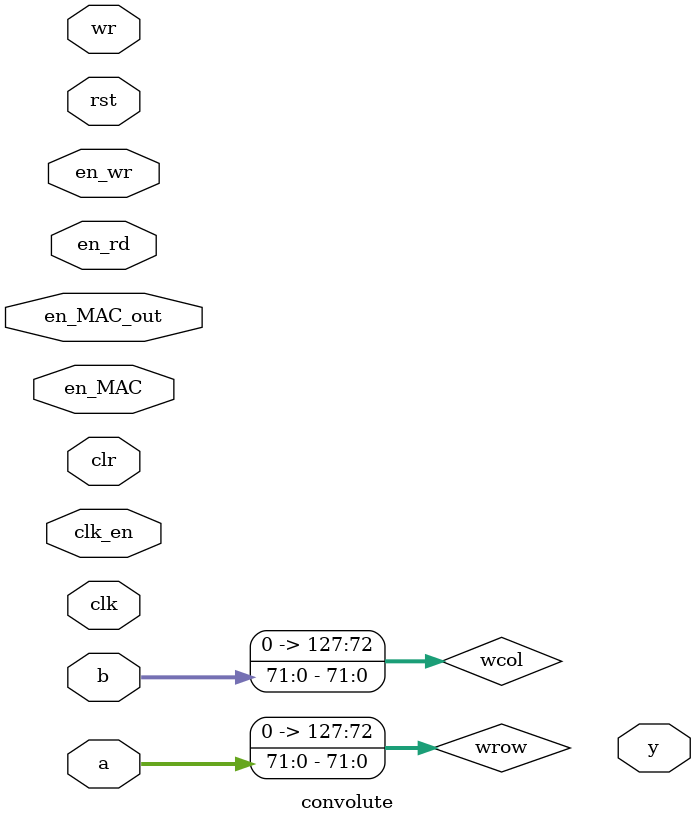
<source format=v>
`timescale 1ns / 1ps


module convolute #(parameter in_d_W=8, r=3, c=3, in_add_W=4, Timeperiod=10)(
    input clk,clk_en,rst,clr,en_wr,en_rd,wr,en_MAC,en_MAC_out,
    input [(c*r*in_d_W)-1:0] a, b,
    output[((2*in_d_W)+2)-1:0] y
    );
    
    wire [((2**in_add_W)*in_d_W)-1:0] wrow;
    wire [((2**in_add_W)*in_d_W)-1:0] wcol;
    wire [in_add_W-1:0] addr_com;
    wire [in_d_W-1:0] din_r, din_c;
    
    generate
    genvar j;
    for(j=0;j<((2**in_add_W)*in_d_W);j=j+in_d_W)
    begin
        if(j<r*c*in_d_W)
        begin 
            assign wrow[j+in_d_W-1:j] = a[j+in_d_W-1:j];
            assign wcol[j+in_d_W-1:j] = b[j+in_d_W-1:j];
        end
        
        else if(j >= r*c*in_d_W)
        begin 
            assign wrow[j+in_d_W-1:j] = 'd0;
            assign wcol[j+in_d_W-1:j] = 'd0;
        end 
    end
    endgenerate
    
    c_counter_binary_0 common(
      .CLK(clk),    // input wire CLK
      .CE(clk_en),      // input wire CE
      .SCLR(clr),  // input wire SCLR
      .Q(addr_com)        // output wire [3 : 0] Q
    );
    
    mux_g #((in_d_W*(2**in_add_W)), in_add_W) MUXrow(.A(Wrow),.S(addr_com),.Y(din_r));

    mux_g #((in_d_W*(2**in_add_W)),in_add_W) MUXcol(.A(Wcol),.S(addr_com),.Y(din_c));   
    
    matrix_multiplier #(in_d_W,in_add_W,r*c,Timeperiod) DUT(.clk(clk),.rst(rst),.clr(clr),.ena_r(en_wr),.ena_c(en_wr),.enb_r(en_rd),
    .enb_c(en_rd),.wea_r(wr),.wea_c(wr),.din_r(din_r),.din_c(din_c),.addra_r(addr_com),.addrb_r(addr_com),.addra_c(addr_com),
    .addrb_c(addr_com),.en_MAC(en_MAC),.en_MAC_out(en_MAC_out),.y(Y));

endmodule

</source>
